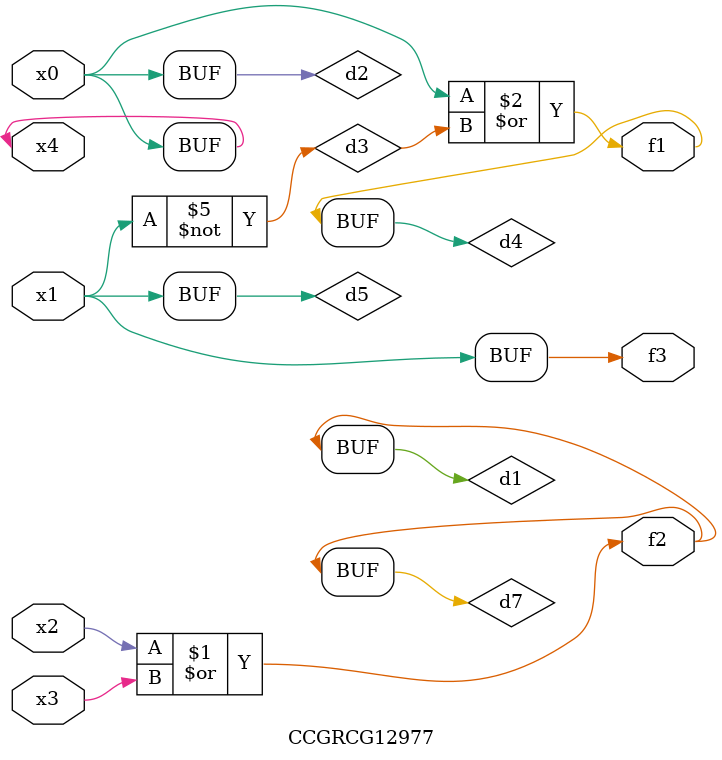
<source format=v>
module CCGRCG12977(
	input x0, x1, x2, x3, x4,
	output f1, f2, f3
);

	wire d1, d2, d3, d4, d5, d6, d7;

	or (d1, x2, x3);
	buf (d2, x0, x4);
	not (d3, x1);
	or (d4, d2, d3);
	not (d5, d3);
	nand (d6, d1, d3);
	or (d7, d1);
	assign f1 = d4;
	assign f2 = d7;
	assign f3 = d5;
endmodule

</source>
